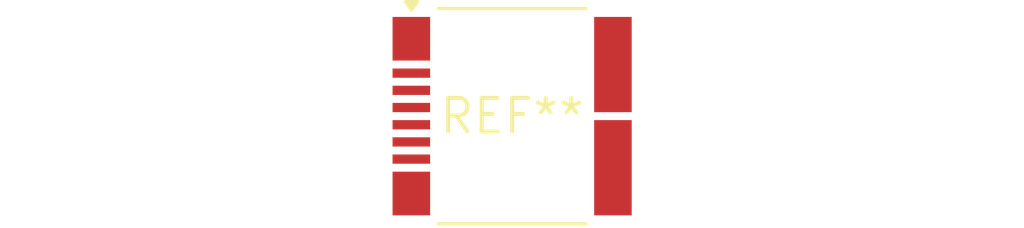
<source format=kicad_pcb>
(kicad_pcb (version 20240108) (generator pcbnew)
  (layers (0 "F.Cu" signal) (31 "B.Cu" signal) (34 "B.Paste" user) (35 "F.Paste" user) (36 "B.SilkS" user "B.Silkscreen") (37 "F.SilkS" user "F.Silkscreen") (38 "B.Mask" user) (39 "F.Mask" user) (44 "Edge.Cuts" user))
  (net 0 "")
  (footprint "AKM_CQ_VSOP-24_5.6x7.9mm_P0.65mm" (layer "F.Cu") (at 0 0)
    (property "Reference" "REF**")
    (property "Value" "AKM_CQ_VSOP-24_5.6x7.9mm_P0.65mm")
    (fp_line (start 2.8 -4.07) (end -2.8 -4.07) (layer "F.SilkS") (stroke (width 0.12)))
    (fp_line (start 2.8 4.07) (end -2.8 4.07) (layer "F.SilkS") (stroke (width 0.12)))
    (fp_poly (pts (xy -3.8 -4) (xy -4.04 -4.33) (xy -3.56 -4.33) (xy -3.8 -4)) (layer "F.SilkS") (stroke (width 0.12)) (fill solid))
    (pad "1" smd rect (at -3.81 -2.925) (size 1.42 1.65) (layers "F.Cu" "F.Paste" "F.Mask"))
    (pad "2" smd rect (at -3.81 -1.625) (size 1.42 0.35) (layers "F.Cu" "F.Paste" "F.Mask"))
    (pad "3" smd rect (at -3.81 -0.975) (size 1.42 0.35) (layers "F.Cu" "F.Paste" "F.Mask"))
    (pad "4" smd rect (at -3.81 -0.325) (size 1.42 0.35) (layers "F.Cu" "F.Paste" "F.Mask"))
    (pad "5" smd rect (at -3.81 0.325) (size 1.42 0.35) (layers "F.Cu" "F.Paste" "F.Mask"))
    (pad "6" smd rect (at -3.81 0.975) (size 1.42 0.35) (layers "F.Cu" "F.Paste" "F.Mask"))
    (pad "7" smd rect (at -3.81 1.625) (size 1.42 0.35) (layers "F.Cu" "F.Paste" "F.Mask"))
    (pad "8" smd rect (at -3.81 2.925) (size 1.42 1.65) (layers "F.Cu" "F.Paste" "F.Mask"))
    (pad "9" smd rect (at 3.81 1.95) (size 1.42 3.6) (layers "F.Cu" "F.Paste" "F.Mask"))
    (pad "10" smd rect (at 3.81 -1.95) (size 1.42 3.6) (layers "F.Cu" "F.Paste" "F.Mask"))
  )
)
</source>
